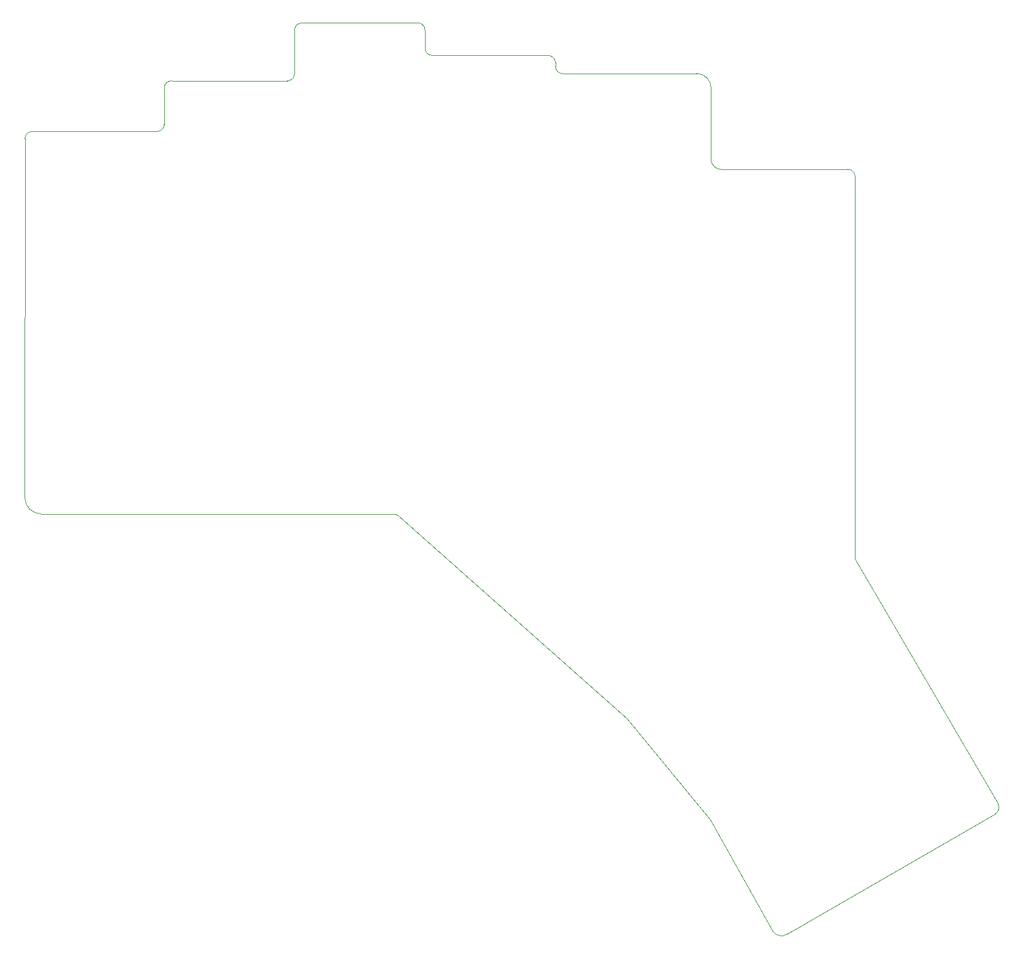
<source format=gm1>
G04 #@! TF.GenerationSoftware,KiCad,Pcbnew,7.0.1-0*
G04 #@! TF.CreationDate,2023-07-03T15:41:13+02:00*
G04 #@! TF.ProjectId,helicoprion,68656c69-636f-4707-9269-6f6e2e6b6963,rev?*
G04 #@! TF.SameCoordinates,Original*
G04 #@! TF.FileFunction,Profile,NP*
%FSLAX46Y46*%
G04 Gerber Fmt 4.6, Leading zero omitted, Abs format (unit mm)*
G04 Created by KiCad (PCBNEW 7.0.1-0) date 2023-07-03 15:41:13*
%MOMM*%
%LPD*%
G01*
G04 APERTURE LIST*
G04 #@! TA.AperFunction,Profile*
%ADD10C,0.100000*%
G04 #@! TD*
G04 APERTURE END LIST*
D10*
X79500000Y-37500000D02*
G75*
G03*
X80500000Y-36500000I0J1000000D01*
G01*
X61238061Y-88001939D02*
X61257107Y-38497107D01*
X174872893Y-42710000D02*
X157452107Y-42742893D01*
X195149465Y-131707616D02*
X166560366Y-148228728D01*
X155952107Y-41242893D02*
G75*
G03*
X157452107Y-42742893I1499993J-7D01*
G01*
X175872893Y-43710000D02*
X175880000Y-96460000D01*
X144380000Y-118530000D02*
X112830000Y-90550000D01*
X80500000Y-31500000D02*
X80500000Y-36500000D01*
X79500000Y-37500000D02*
X62257107Y-37497107D01*
X81500000Y-30500000D02*
G75*
G03*
X80500000Y-31500000I0J-1000000D01*
G01*
X195633153Y-130378690D02*
X175880000Y-96460000D01*
X133500000Y-27000000D02*
X117500000Y-27000000D01*
X112169983Y-90289083D02*
X63498061Y-90261939D01*
X116500000Y-23500000D02*
G75*
G03*
X115500000Y-22500000I-1000000J0D01*
G01*
X134500000Y-28500000D02*
G75*
G03*
X135500000Y-29500000I1000000J0D01*
G01*
X134500000Y-28500000D02*
X134500000Y-28000000D01*
X155952107Y-41242893D02*
X155987893Y-31477107D01*
X116500000Y-26000000D02*
X116500000Y-23500000D01*
X97500000Y-30500000D02*
X81500000Y-30500000D01*
X62257107Y-37497107D02*
G75*
G03*
X61257107Y-38497107I-7J-999993D01*
G01*
X134500000Y-28000000D02*
G75*
G03*
X133500000Y-27000000I-1000000J0D01*
G01*
X164471273Y-147860366D02*
G75*
G03*
X166560366Y-148228727I1228727J860366D01*
G01*
X155890000Y-132490000D02*
X164471272Y-147860366D01*
X115500000Y-22500000D02*
X99500000Y-22500000D01*
X112829999Y-90550001D02*
G75*
G03*
X112169983Y-90289084I-643599J-662799D01*
G01*
X144380000Y-118530000D02*
X155890000Y-132490000D01*
X195149469Y-131707625D02*
G75*
G03*
X195633153Y-130378690I-422669J906325D01*
G01*
X155987893Y-31477107D02*
G75*
G03*
X153987893Y-29477107I-1999993J7D01*
G01*
X153987893Y-29477107D02*
X135500000Y-29500000D01*
X116500000Y-26000000D02*
G75*
G03*
X117500000Y-27000000I1000000J0D01*
G01*
X175872900Y-43710000D02*
G75*
G03*
X174872893Y-42710000I-1000000J0D01*
G01*
X61238061Y-88001939D02*
G75*
G03*
X63498061Y-90261939I2260039J39D01*
G01*
X98500000Y-23500000D02*
X98500000Y-29500000D01*
X97500000Y-30500000D02*
G75*
G03*
X98500000Y-29500000I0J1000000D01*
G01*
X99500000Y-22500000D02*
G75*
G03*
X98500000Y-23500000I0J-1000000D01*
G01*
M02*

</source>
